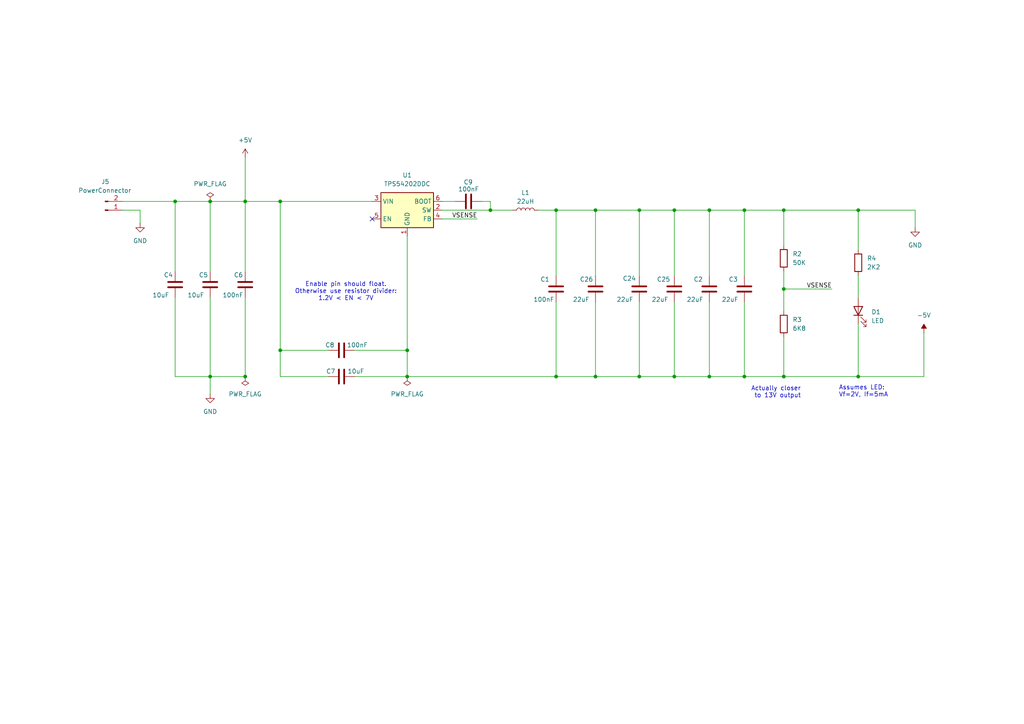
<source format=kicad_sch>
(kicad_sch
	(version 20231120)
	(generator "eeschema")
	(generator_version "8.0")
	(uuid "2cabf97a-8b70-40c7-9d97-7314d50ae0f3")
	(paper "A4")
	(title_block
		(title "${PROJECTNAME}")
		(date "2024-10-22")
		(rev "${REVISION}")
		(company "Created By: ${AUTHOR}")
	)
	(lib_symbols
		(symbol "Connector:Conn_01x02_Pin"
			(pin_names
				(offset 1.016) hide)
			(exclude_from_sim no)
			(in_bom yes)
			(on_board yes)
			(property "Reference" "J"
				(at 0 2.54 0)
				(effects
					(font
						(size 1.27 1.27)
					)
				)
			)
			(property "Value" "Conn_01x02_Pin"
				(at 0 -5.08 0)
				(effects
					(font
						(size 1.27 1.27)
					)
				)
			)
			(property "Footprint" ""
				(at 0 0 0)
				(effects
					(font
						(size 1.27 1.27)
					)
					(hide yes)
				)
			)
			(property "Datasheet" "~"
				(at 0 0 0)
				(effects
					(font
						(size 1.27 1.27)
					)
					(hide yes)
				)
			)
			(property "Description" "Generic connector, single row, 01x02, script generated"
				(at 0 0 0)
				(effects
					(font
						(size 1.27 1.27)
					)
					(hide yes)
				)
			)
			(property "ki_locked" ""
				(at 0 0 0)
				(effects
					(font
						(size 1.27 1.27)
					)
				)
			)
			(property "ki_keywords" "connector"
				(at 0 0 0)
				(effects
					(font
						(size 1.27 1.27)
					)
					(hide yes)
				)
			)
			(property "ki_fp_filters" "Connector*:*_1x??_*"
				(at 0 0 0)
				(effects
					(font
						(size 1.27 1.27)
					)
					(hide yes)
				)
			)
			(symbol "Conn_01x02_Pin_1_1"
				(polyline
					(pts
						(xy 1.27 -2.54) (xy 0.8636 -2.54)
					)
					(stroke
						(width 0.1524)
						(type default)
					)
					(fill
						(type none)
					)
				)
				(polyline
					(pts
						(xy 1.27 0) (xy 0.8636 0)
					)
					(stroke
						(width 0.1524)
						(type default)
					)
					(fill
						(type none)
					)
				)
				(rectangle
					(start 0.8636 -2.413)
					(end 0 -2.667)
					(stroke
						(width 0.1524)
						(type default)
					)
					(fill
						(type outline)
					)
				)
				(rectangle
					(start 0.8636 0.127)
					(end 0 -0.127)
					(stroke
						(width 0.1524)
						(type default)
					)
					(fill
						(type outline)
					)
				)
				(pin passive line
					(at 5.08 0 180)
					(length 3.81)
					(name "Pin_1"
						(effects
							(font
								(size 1.27 1.27)
							)
						)
					)
					(number "1"
						(effects
							(font
								(size 1.27 1.27)
							)
						)
					)
				)
				(pin passive line
					(at 5.08 -2.54 180)
					(length 3.81)
					(name "Pin_2"
						(effects
							(font
								(size 1.27 1.27)
							)
						)
					)
					(number "2"
						(effects
							(font
								(size 1.27 1.27)
							)
						)
					)
				)
			)
		)
		(symbol "Device:C"
			(pin_numbers hide)
			(pin_names
				(offset 0.254)
			)
			(exclude_from_sim no)
			(in_bom yes)
			(on_board yes)
			(property "Reference" "C"
				(at 0.635 2.54 0)
				(effects
					(font
						(size 1.27 1.27)
					)
					(justify left)
				)
			)
			(property "Value" "C"
				(at 0.635 -2.54 0)
				(effects
					(font
						(size 1.27 1.27)
					)
					(justify left)
				)
			)
			(property "Footprint" ""
				(at 0.9652 -3.81 0)
				(effects
					(font
						(size 1.27 1.27)
					)
					(hide yes)
				)
			)
			(property "Datasheet" "~"
				(at 0 0 0)
				(effects
					(font
						(size 1.27 1.27)
					)
					(hide yes)
				)
			)
			(property "Description" "Unpolarized capacitor"
				(at 0 0 0)
				(effects
					(font
						(size 1.27 1.27)
					)
					(hide yes)
				)
			)
			(property "ki_keywords" "cap capacitor"
				(at 0 0 0)
				(effects
					(font
						(size 1.27 1.27)
					)
					(hide yes)
				)
			)
			(property "ki_fp_filters" "C_*"
				(at 0 0 0)
				(effects
					(font
						(size 1.27 1.27)
					)
					(hide yes)
				)
			)
			(symbol "C_0_1"
				(polyline
					(pts
						(xy -2.032 -0.762) (xy 2.032 -0.762)
					)
					(stroke
						(width 0.508)
						(type default)
					)
					(fill
						(type none)
					)
				)
				(polyline
					(pts
						(xy -2.032 0.762) (xy 2.032 0.762)
					)
					(stroke
						(width 0.508)
						(type default)
					)
					(fill
						(type none)
					)
				)
			)
			(symbol "C_1_1"
				(pin passive line
					(at 0 3.81 270)
					(length 2.794)
					(name "~"
						(effects
							(font
								(size 1.27 1.27)
							)
						)
					)
					(number "1"
						(effects
							(font
								(size 1.27 1.27)
							)
						)
					)
				)
				(pin passive line
					(at 0 -3.81 90)
					(length 2.794)
					(name "~"
						(effects
							(font
								(size 1.27 1.27)
							)
						)
					)
					(number "2"
						(effects
							(font
								(size 1.27 1.27)
							)
						)
					)
				)
			)
		)
		(symbol "Device:L"
			(pin_numbers hide)
			(pin_names
				(offset 1.016) hide)
			(exclude_from_sim no)
			(in_bom yes)
			(on_board yes)
			(property "Reference" "L"
				(at -1.27 0 90)
				(effects
					(font
						(size 1.27 1.27)
					)
				)
			)
			(property "Value" "L"
				(at 1.905 0 90)
				(effects
					(font
						(size 1.27 1.27)
					)
				)
			)
			(property "Footprint" ""
				(at 0 0 0)
				(effects
					(font
						(size 1.27 1.27)
					)
					(hide yes)
				)
			)
			(property "Datasheet" "~"
				(at 0 0 0)
				(effects
					(font
						(size 1.27 1.27)
					)
					(hide yes)
				)
			)
			(property "Description" "Inductor"
				(at 0 0 0)
				(effects
					(font
						(size 1.27 1.27)
					)
					(hide yes)
				)
			)
			(property "ki_keywords" "inductor choke coil reactor magnetic"
				(at 0 0 0)
				(effects
					(font
						(size 1.27 1.27)
					)
					(hide yes)
				)
			)
			(property "ki_fp_filters" "Choke_* *Coil* Inductor_* L_*"
				(at 0 0 0)
				(effects
					(font
						(size 1.27 1.27)
					)
					(hide yes)
				)
			)
			(symbol "L_0_1"
				(arc
					(start 0 -2.54)
					(mid 0.6323 -1.905)
					(end 0 -1.27)
					(stroke
						(width 0)
						(type default)
					)
					(fill
						(type none)
					)
				)
				(arc
					(start 0 -1.27)
					(mid 0.6323 -0.635)
					(end 0 0)
					(stroke
						(width 0)
						(type default)
					)
					(fill
						(type none)
					)
				)
				(arc
					(start 0 0)
					(mid 0.6323 0.635)
					(end 0 1.27)
					(stroke
						(width 0)
						(type default)
					)
					(fill
						(type none)
					)
				)
				(arc
					(start 0 1.27)
					(mid 0.6323 1.905)
					(end 0 2.54)
					(stroke
						(width 0)
						(type default)
					)
					(fill
						(type none)
					)
				)
			)
			(symbol "L_1_1"
				(pin passive line
					(at 0 3.81 270)
					(length 1.27)
					(name "1"
						(effects
							(font
								(size 1.27 1.27)
							)
						)
					)
					(number "1"
						(effects
							(font
								(size 1.27 1.27)
							)
						)
					)
				)
				(pin passive line
					(at 0 -3.81 90)
					(length 1.27)
					(name "2"
						(effects
							(font
								(size 1.27 1.27)
							)
						)
					)
					(number "2"
						(effects
							(font
								(size 1.27 1.27)
							)
						)
					)
				)
			)
		)
		(symbol "Device:LED"
			(pin_numbers hide)
			(pin_names
				(offset 1.016) hide)
			(exclude_from_sim no)
			(in_bom yes)
			(on_board yes)
			(property "Reference" "D"
				(at 0 2.54 0)
				(effects
					(font
						(size 1.27 1.27)
					)
				)
			)
			(property "Value" "LED"
				(at 0 -2.54 0)
				(effects
					(font
						(size 1.27 1.27)
					)
				)
			)
			(property "Footprint" ""
				(at 0 0 0)
				(effects
					(font
						(size 1.27 1.27)
					)
					(hide yes)
				)
			)
			(property "Datasheet" "~"
				(at 0 0 0)
				(effects
					(font
						(size 1.27 1.27)
					)
					(hide yes)
				)
			)
			(property "Description" "Light emitting diode"
				(at 0 0 0)
				(effects
					(font
						(size 1.27 1.27)
					)
					(hide yes)
				)
			)
			(property "ki_keywords" "LED diode"
				(at 0 0 0)
				(effects
					(font
						(size 1.27 1.27)
					)
					(hide yes)
				)
			)
			(property "ki_fp_filters" "LED* LED_SMD:* LED_THT:*"
				(at 0 0 0)
				(effects
					(font
						(size 1.27 1.27)
					)
					(hide yes)
				)
			)
			(symbol "LED_0_1"
				(polyline
					(pts
						(xy -1.27 -1.27) (xy -1.27 1.27)
					)
					(stroke
						(width 0.254)
						(type default)
					)
					(fill
						(type none)
					)
				)
				(polyline
					(pts
						(xy -1.27 0) (xy 1.27 0)
					)
					(stroke
						(width 0)
						(type default)
					)
					(fill
						(type none)
					)
				)
				(polyline
					(pts
						(xy 1.27 -1.27) (xy 1.27 1.27) (xy -1.27 0) (xy 1.27 -1.27)
					)
					(stroke
						(width 0.254)
						(type default)
					)
					(fill
						(type none)
					)
				)
				(polyline
					(pts
						(xy -3.048 -0.762) (xy -4.572 -2.286) (xy -3.81 -2.286) (xy -4.572 -2.286) (xy -4.572 -1.524)
					)
					(stroke
						(width 0)
						(type default)
					)
					(fill
						(type none)
					)
				)
				(polyline
					(pts
						(xy -1.778 -0.762) (xy -3.302 -2.286) (xy -2.54 -2.286) (xy -3.302 -2.286) (xy -3.302 -1.524)
					)
					(stroke
						(width 0)
						(type default)
					)
					(fill
						(type none)
					)
				)
			)
			(symbol "LED_1_1"
				(pin passive line
					(at -3.81 0 0)
					(length 2.54)
					(name "K"
						(effects
							(font
								(size 1.27 1.27)
							)
						)
					)
					(number "1"
						(effects
							(font
								(size 1.27 1.27)
							)
						)
					)
				)
				(pin passive line
					(at 3.81 0 180)
					(length 2.54)
					(name "A"
						(effects
							(font
								(size 1.27 1.27)
							)
						)
					)
					(number "2"
						(effects
							(font
								(size 1.27 1.27)
							)
						)
					)
				)
			)
		)
		(symbol "Device:R"
			(pin_numbers hide)
			(pin_names
				(offset 0)
			)
			(exclude_from_sim no)
			(in_bom yes)
			(on_board yes)
			(property "Reference" "R"
				(at 2.032 0 90)
				(effects
					(font
						(size 1.27 1.27)
					)
				)
			)
			(property "Value" "R"
				(at 0 0 90)
				(effects
					(font
						(size 1.27 1.27)
					)
				)
			)
			(property "Footprint" ""
				(at -1.778 0 90)
				(effects
					(font
						(size 1.27 1.27)
					)
					(hide yes)
				)
			)
			(property "Datasheet" "~"
				(at 0 0 0)
				(effects
					(font
						(size 1.27 1.27)
					)
					(hide yes)
				)
			)
			(property "Description" "Resistor"
				(at 0 0 0)
				(effects
					(font
						(size 1.27 1.27)
					)
					(hide yes)
				)
			)
			(property "ki_keywords" "R res resistor"
				(at 0 0 0)
				(effects
					(font
						(size 1.27 1.27)
					)
					(hide yes)
				)
			)
			(property "ki_fp_filters" "R_*"
				(at 0 0 0)
				(effects
					(font
						(size 1.27 1.27)
					)
					(hide yes)
				)
			)
			(symbol "R_0_1"
				(rectangle
					(start -1.016 -2.54)
					(end 1.016 2.54)
					(stroke
						(width 0.254)
						(type default)
					)
					(fill
						(type none)
					)
				)
			)
			(symbol "R_1_1"
				(pin passive line
					(at 0 3.81 270)
					(length 1.27)
					(name "~"
						(effects
							(font
								(size 1.27 1.27)
							)
						)
					)
					(number "1"
						(effects
							(font
								(size 1.27 1.27)
							)
						)
					)
				)
				(pin passive line
					(at 0 -3.81 90)
					(length 1.27)
					(name "~"
						(effects
							(font
								(size 1.27 1.27)
							)
						)
					)
					(number "2"
						(effects
							(font
								(size 1.27 1.27)
							)
						)
					)
				)
			)
		)
		(symbol "Regulator_Switching:TPS54202DDC"
			(exclude_from_sim no)
			(in_bom yes)
			(on_board yes)
			(property "Reference" "U"
				(at -7.62 6.35 0)
				(effects
					(font
						(size 1.27 1.27)
					)
					(justify left)
				)
			)
			(property "Value" "TPS54202DDC"
				(at 0 6.35 0)
				(effects
					(font
						(size 1.27 1.27)
					)
					(justify left)
				)
			)
			(property "Footprint" "Package_TO_SOT_SMD:SOT-23-6"
				(at 1.27 -8.89 0)
				(effects
					(font
						(size 1.27 1.27)
					)
					(justify left)
					(hide yes)
				)
			)
			(property "Datasheet" "http://www.ti.com/lit/ds/symlink/tps54202.pdf"
				(at -7.62 8.89 0)
				(effects
					(font
						(size 1.27 1.27)
					)
					(hide yes)
				)
			)
			(property "Description" "2A, 4.5 to 28V Input, EMI Friendly integrated switch synchronous step-down regulator, pulse-skipping, SOT-23-6"
				(at 0 0 0)
				(effects
					(font
						(size 1.27 1.27)
					)
					(hide yes)
				)
			)
			(property "ki_keywords" "switching buck converter power-supply voltage regulator emi spread spectrum"
				(at 0 0 0)
				(effects
					(font
						(size 1.27 1.27)
					)
					(hide yes)
				)
			)
			(property "ki_fp_filters" "SOT?23*"
				(at 0 0 0)
				(effects
					(font
						(size 1.27 1.27)
					)
					(hide yes)
				)
			)
			(symbol "TPS54202DDC_0_1"
				(rectangle
					(start -7.62 5.08)
					(end 7.62 -5.08)
					(stroke
						(width 0.254)
						(type default)
					)
					(fill
						(type background)
					)
				)
			)
			(symbol "TPS54202DDC_1_1"
				(pin power_in line
					(at 0 -7.62 90)
					(length 2.54)
					(name "GND"
						(effects
							(font
								(size 1.27 1.27)
							)
						)
					)
					(number "1"
						(effects
							(font
								(size 1.27 1.27)
							)
						)
					)
				)
				(pin power_out line
					(at 10.16 0 180)
					(length 2.54)
					(name "SW"
						(effects
							(font
								(size 1.27 1.27)
							)
						)
					)
					(number "2"
						(effects
							(font
								(size 1.27 1.27)
							)
						)
					)
				)
				(pin power_in line
					(at -10.16 2.54 0)
					(length 2.54)
					(name "VIN"
						(effects
							(font
								(size 1.27 1.27)
							)
						)
					)
					(number "3"
						(effects
							(font
								(size 1.27 1.27)
							)
						)
					)
				)
				(pin input line
					(at 10.16 -2.54 180)
					(length 2.54)
					(name "FB"
						(effects
							(font
								(size 1.27 1.27)
							)
						)
					)
					(number "4"
						(effects
							(font
								(size 1.27 1.27)
							)
						)
					)
				)
				(pin input line
					(at -10.16 -2.54 0)
					(length 2.54)
					(name "EN"
						(effects
							(font
								(size 1.27 1.27)
							)
						)
					)
					(number "5"
						(effects
							(font
								(size 1.27 1.27)
							)
						)
					)
				)
				(pin passive line
					(at 10.16 2.54 180)
					(length 2.54)
					(name "BOOT"
						(effects
							(font
								(size 1.27 1.27)
							)
						)
					)
					(number "6"
						(effects
							(font
								(size 1.27 1.27)
							)
						)
					)
				)
			)
		)
		(symbol "power:+5V"
			(power)
			(pin_numbers hide)
			(pin_names
				(offset 0) hide)
			(exclude_from_sim no)
			(in_bom yes)
			(on_board yes)
			(property "Reference" "#PWR"
				(at 0 -3.81 0)
				(effects
					(font
						(size 1.27 1.27)
					)
					(hide yes)
				)
			)
			(property "Value" "+5V"
				(at 0 3.556 0)
				(effects
					(font
						(size 1.27 1.27)
					)
				)
			)
			(property "Footprint" ""
				(at 0 0 0)
				(effects
					(font
						(size 1.27 1.27)
					)
					(hide yes)
				)
			)
			(property "Datasheet" ""
				(at 0 0 0)
				(effects
					(font
						(size 1.27 1.27)
					)
					(hide yes)
				)
			)
			(property "Description" "Power symbol creates a global label with name \"+5V\""
				(at 0 0 0)
				(effects
					(font
						(size 1.27 1.27)
					)
					(hide yes)
				)
			)
			(property "ki_keywords" "global power"
				(at 0 0 0)
				(effects
					(font
						(size 1.27 1.27)
					)
					(hide yes)
				)
			)
			(symbol "+5V_0_1"
				(polyline
					(pts
						(xy -0.762 1.27) (xy 0 2.54)
					)
					(stroke
						(width 0)
						(type default)
					)
					(fill
						(type none)
					)
				)
				(polyline
					(pts
						(xy 0 0) (xy 0 2.54)
					)
					(stroke
						(width 0)
						(type default)
					)
					(fill
						(type none)
					)
				)
				(polyline
					(pts
						(xy 0 2.54) (xy 0.762 1.27)
					)
					(stroke
						(width 0)
						(type default)
					)
					(fill
						(type none)
					)
				)
			)
			(symbol "+5V_1_1"
				(pin power_in line
					(at 0 0 90)
					(length 0)
					(name "~"
						(effects
							(font
								(size 1.27 1.27)
							)
						)
					)
					(number "1"
						(effects
							(font
								(size 1.27 1.27)
							)
						)
					)
				)
			)
		)
		(symbol "power:-5V"
			(power)
			(pin_numbers hide)
			(pin_names
				(offset 0) hide)
			(exclude_from_sim no)
			(in_bom yes)
			(on_board yes)
			(property "Reference" "#PWR"
				(at 0 -3.81 0)
				(effects
					(font
						(size 1.27 1.27)
					)
					(hide yes)
				)
			)
			(property "Value" "-5V"
				(at 0 3.556 0)
				(effects
					(font
						(size 1.27 1.27)
					)
				)
			)
			(property "Footprint" ""
				(at 0 0 0)
				(effects
					(font
						(size 1.27 1.27)
					)
					(hide yes)
				)
			)
			(property "Datasheet" ""
				(at 0 0 0)
				(effects
					(font
						(size 1.27 1.27)
					)
					(hide yes)
				)
			)
			(property "Description" "Power symbol creates a global label with name \"-5V\""
				(at 0 0 0)
				(effects
					(font
						(size 1.27 1.27)
					)
					(hide yes)
				)
			)
			(property "ki_keywords" "global power"
				(at 0 0 0)
				(effects
					(font
						(size 1.27 1.27)
					)
					(hide yes)
				)
			)
			(symbol "-5V_0_0"
				(pin power_in line
					(at 0 0 90)
					(length 0)
					(name "~"
						(effects
							(font
								(size 1.27 1.27)
							)
						)
					)
					(number "1"
						(effects
							(font
								(size 1.27 1.27)
							)
						)
					)
				)
			)
			(symbol "-5V_0_1"
				(polyline
					(pts
						(xy 0 0) (xy 0 1.27) (xy 0.762 1.27) (xy 0 2.54) (xy -0.762 1.27) (xy 0 1.27)
					)
					(stroke
						(width 0)
						(type default)
					)
					(fill
						(type outline)
					)
				)
			)
		)
		(symbol "power:GND"
			(power)
			(pin_numbers hide)
			(pin_names
				(offset 0) hide)
			(exclude_from_sim no)
			(in_bom yes)
			(on_board yes)
			(property "Reference" "#PWR"
				(at 0 -6.35 0)
				(effects
					(font
						(size 1.27 1.27)
					)
					(hide yes)
				)
			)
			(property "Value" "GND"
				(at 0 -3.81 0)
				(effects
					(font
						(size 1.27 1.27)
					)
				)
			)
			(property "Footprint" ""
				(at 0 0 0)
				(effects
					(font
						(size 1.27 1.27)
					)
					(hide yes)
				)
			)
			(property "Datasheet" ""
				(at 0 0 0)
				(effects
					(font
						(size 1.27 1.27)
					)
					(hide yes)
				)
			)
			(property "Description" "Power symbol creates a global label with name \"GND\" , ground"
				(at 0 0 0)
				(effects
					(font
						(size 1.27 1.27)
					)
					(hide yes)
				)
			)
			(property "ki_keywords" "global power"
				(at 0 0 0)
				(effects
					(font
						(size 1.27 1.27)
					)
					(hide yes)
				)
			)
			(symbol "GND_0_1"
				(polyline
					(pts
						(xy 0 0) (xy 0 -1.27) (xy 1.27 -1.27) (xy 0 -2.54) (xy -1.27 -1.27) (xy 0 -1.27)
					)
					(stroke
						(width 0)
						(type default)
					)
					(fill
						(type none)
					)
				)
			)
			(symbol "GND_1_1"
				(pin power_in line
					(at 0 0 270)
					(length 0)
					(name "~"
						(effects
							(font
								(size 1.27 1.27)
							)
						)
					)
					(number "1"
						(effects
							(font
								(size 1.27 1.27)
							)
						)
					)
				)
			)
		)
		(symbol "power:PWR_FLAG"
			(power)
			(pin_numbers hide)
			(pin_names
				(offset 0) hide)
			(exclude_from_sim no)
			(in_bom yes)
			(on_board yes)
			(property "Reference" "#FLG"
				(at 0 1.905 0)
				(effects
					(font
						(size 1.27 1.27)
					)
					(hide yes)
				)
			)
			(property "Value" "PWR_FLAG"
				(at 0 3.81 0)
				(effects
					(font
						(size 1.27 1.27)
					)
				)
			)
			(property "Footprint" ""
				(at 0 0 0)
				(effects
					(font
						(size 1.27 1.27)
					)
					(hide yes)
				)
			)
			(property "Datasheet" "~"
				(at 0 0 0)
				(effects
					(font
						(size 1.27 1.27)
					)
					(hide yes)
				)
			)
			(property "Description" "Special symbol for telling ERC where power comes from"
				(at 0 0 0)
				(effects
					(font
						(size 1.27 1.27)
					)
					(hide yes)
				)
			)
			(property "ki_keywords" "flag power"
				(at 0 0 0)
				(effects
					(font
						(size 1.27 1.27)
					)
					(hide yes)
				)
			)
			(symbol "PWR_FLAG_0_0"
				(pin power_out line
					(at 0 0 90)
					(length 0)
					(name "~"
						(effects
							(font
								(size 1.27 1.27)
							)
						)
					)
					(number "1"
						(effects
							(font
								(size 1.27 1.27)
							)
						)
					)
				)
			)
			(symbol "PWR_FLAG_0_1"
				(polyline
					(pts
						(xy 0 0) (xy 0 1.27) (xy -1.016 1.905) (xy 0 2.54) (xy 1.016 1.905) (xy 0 1.27)
					)
					(stroke
						(width 0)
						(type default)
					)
					(fill
						(type none)
					)
				)
			)
		)
	)
	(junction
		(at 118.11 101.6)
		(diameter 0)
		(color 0 0 0 0)
		(uuid "042eeacf-102d-4555-940c-af3435c21fa9")
	)
	(junction
		(at 185.42 109.22)
		(diameter 0)
		(color 0 0 0 0)
		(uuid "04bf8b0d-70dc-4e07-8b26-20d3bbe4760e")
	)
	(junction
		(at 161.29 60.96)
		(diameter 0)
		(color 0 0 0 0)
		(uuid "08fb56b9-7b7e-46a0-9286-aca48fa8af67")
	)
	(junction
		(at 172.72 60.96)
		(diameter 0)
		(color 0 0 0 0)
		(uuid "12b5eb29-7212-4228-8222-f8044a9b5f50")
	)
	(junction
		(at 60.96 58.42)
		(diameter 0)
		(color 0 0 0 0)
		(uuid "135920e2-e4c0-48ea-b292-78fdd1d2f9d5")
	)
	(junction
		(at 227.33 83.82)
		(diameter 0)
		(color 0 0 0 0)
		(uuid "1a4bfe77-deca-4d90-b834-4de805c21dd0")
	)
	(junction
		(at 205.74 60.96)
		(diameter 0)
		(color 0 0 0 0)
		(uuid "25036d63-9d02-42d4-ae9d-ddffca64e0f1")
	)
	(junction
		(at 227.33 109.22)
		(diameter 0)
		(color 0 0 0 0)
		(uuid "44a32992-e28d-48b1-914f-49e711697264")
	)
	(junction
		(at 161.29 109.22)
		(diameter 0)
		(color 0 0 0 0)
		(uuid "5bdaf1b4-7c7b-47d4-89de-67cc48325224")
	)
	(junction
		(at 118.11 109.22)
		(diameter 0)
		(color 0 0 0 0)
		(uuid "5ddfef89-ab81-4013-843d-593b0e62f9a1")
	)
	(junction
		(at 71.12 109.22)
		(diameter 0)
		(color 0 0 0 0)
		(uuid "715711ad-9067-4272-b09c-8cd75bd03ceb")
	)
	(junction
		(at 215.9 60.96)
		(diameter 0)
		(color 0 0 0 0)
		(uuid "7c8d5ec9-7efe-425a-a227-78d4d938e793")
	)
	(junction
		(at 81.28 101.6)
		(diameter 0)
		(color 0 0 0 0)
		(uuid "863e7474-8853-4c73-9f17-ea7437805d48")
	)
	(junction
		(at 81.28 58.42)
		(diameter 0)
		(color 0 0 0 0)
		(uuid "8678df71-6c35-4e7b-b4c6-9a2f47d92919")
	)
	(junction
		(at 71.12 58.42)
		(diameter 0)
		(color 0 0 0 0)
		(uuid "870b97a9-3cf0-438c-a278-9ada6ba666af")
	)
	(junction
		(at 195.58 109.22)
		(diameter 0)
		(color 0 0 0 0)
		(uuid "a0e9605f-d68f-4306-8cbd-b05dc9a75fc8")
	)
	(junction
		(at 142.24 60.96)
		(diameter 0)
		(color 0 0 0 0)
		(uuid "a3953ee0-bdfc-4cc5-8042-c9aeee3477bb")
	)
	(junction
		(at 227.33 60.96)
		(diameter 0)
		(color 0 0 0 0)
		(uuid "b8acc0c7-8e4e-4e79-9d09-fb4b4a484778")
	)
	(junction
		(at 60.96 109.22)
		(diameter 0)
		(color 0 0 0 0)
		(uuid "b92fffb1-39bb-421f-b400-f8748916f21b")
	)
	(junction
		(at 172.72 109.22)
		(diameter 0)
		(color 0 0 0 0)
		(uuid "bcf54106-810a-416f-bc73-acb924b31a14")
	)
	(junction
		(at 185.42 60.96)
		(diameter 0)
		(color 0 0 0 0)
		(uuid "bd702f4a-c3c7-47a5-98be-00f6c241a35c")
	)
	(junction
		(at 205.74 109.22)
		(diameter 0)
		(color 0 0 0 0)
		(uuid "c9e4fa6b-0dad-462c-af8b-513480d23da8")
	)
	(junction
		(at 248.92 109.22)
		(diameter 0)
		(color 0 0 0 0)
		(uuid "f1714e83-b9da-4f94-90f5-9e3ed4aa3d13")
	)
	(junction
		(at 248.92 60.96)
		(diameter 0)
		(color 0 0 0 0)
		(uuid "f7b21ef7-bec2-472b-83df-33d521b9d871")
	)
	(junction
		(at 50.8 58.42)
		(diameter 0)
		(color 0 0 0 0)
		(uuid "f7ee99f5-49f5-4465-b9e7-b046187c65e4")
	)
	(junction
		(at 195.58 60.96)
		(diameter 0)
		(color 0 0 0 0)
		(uuid "f9507563-098e-4053-930b-79d52e51f3a4")
	)
	(junction
		(at 215.9 109.22)
		(diameter 0)
		(color 0 0 0 0)
		(uuid "feb5f205-b3ae-492a-b888-6ca79bc3974d")
	)
	(no_connect
		(at 107.95 63.5)
		(uuid "d1232dbd-d9b4-48a7-bf61-4c55bec408dc")
	)
	(wire
		(pts
			(xy 60.96 109.22) (xy 60.96 114.3)
		)
		(stroke
			(width 0)
			(type default)
		)
		(uuid "052fbf44-7071-46ab-9e29-983f65cb258a")
	)
	(wire
		(pts
			(xy 102.87 109.22) (xy 118.11 109.22)
		)
		(stroke
			(width 0)
			(type default)
		)
		(uuid "11255d11-ec7b-45a5-9d85-8be74a664c6f")
	)
	(wire
		(pts
			(xy 71.12 45.72) (xy 71.12 58.42)
		)
		(stroke
			(width 0)
			(type default)
		)
		(uuid "11aafca8-8cf7-4e41-a418-03c57317592a")
	)
	(wire
		(pts
			(xy 172.72 60.96) (xy 172.72 80.01)
		)
		(stroke
			(width 0)
			(type default)
		)
		(uuid "12bc6765-ec40-4810-91ed-f58c0c55f436")
	)
	(wire
		(pts
			(xy 60.96 109.22) (xy 71.12 109.22)
		)
		(stroke
			(width 0)
			(type default)
		)
		(uuid "182bbb25-be84-4da9-97f5-aba3ca1b6df8")
	)
	(wire
		(pts
			(xy 40.64 60.96) (xy 40.64 64.77)
		)
		(stroke
			(width 0)
			(type default)
		)
		(uuid "1872fdba-51b9-48b7-9710-d480968dad76")
	)
	(wire
		(pts
			(xy 81.28 109.22) (xy 95.25 109.22)
		)
		(stroke
			(width 0)
			(type default)
		)
		(uuid "1d235ae0-881b-46c9-bc79-1bc979931a01")
	)
	(wire
		(pts
			(xy 50.8 58.42) (xy 60.96 58.42)
		)
		(stroke
			(width 0)
			(type default)
		)
		(uuid "1e47ae70-5614-4bbd-a217-90aaf89579b4")
	)
	(wire
		(pts
			(xy 227.33 97.79) (xy 227.33 109.22)
		)
		(stroke
			(width 0)
			(type default)
		)
		(uuid "23b097e8-f0cf-45e6-8571-1f1af4fb5a87")
	)
	(wire
		(pts
			(xy 267.97 96.52) (xy 267.97 109.22)
		)
		(stroke
			(width 0)
			(type default)
		)
		(uuid "2f5a4aeb-90fb-4f82-8374-72a23e1cb132")
	)
	(wire
		(pts
			(xy 128.27 60.96) (xy 142.24 60.96)
		)
		(stroke
			(width 0)
			(type default)
		)
		(uuid "2f9872ba-efb7-48c9-bd30-534a7d6130a7")
	)
	(wire
		(pts
			(xy 172.72 109.22) (xy 185.42 109.22)
		)
		(stroke
			(width 0)
			(type default)
		)
		(uuid "30322f77-9c98-4dda-a7d7-7eb2cd44b945")
	)
	(wire
		(pts
			(xy 118.11 109.22) (xy 161.29 109.22)
		)
		(stroke
			(width 0)
			(type default)
		)
		(uuid "304e48e7-b129-4525-9a11-eab47dd3affc")
	)
	(wire
		(pts
			(xy 71.12 58.42) (xy 81.28 58.42)
		)
		(stroke
			(width 0)
			(type default)
		)
		(uuid "329ecf4f-cf12-42d5-96a1-8e0ce70f8222")
	)
	(wire
		(pts
			(xy 195.58 87.63) (xy 195.58 109.22)
		)
		(stroke
			(width 0)
			(type default)
		)
		(uuid "37764cc8-8fe3-4229-b4bb-c650850f0465")
	)
	(wire
		(pts
			(xy 60.96 58.42) (xy 60.96 78.74)
		)
		(stroke
			(width 0)
			(type default)
		)
		(uuid "3dced9fb-9848-4b31-b182-7a8c41b6016c")
	)
	(wire
		(pts
			(xy 205.74 60.96) (xy 215.9 60.96)
		)
		(stroke
			(width 0)
			(type default)
		)
		(uuid "4a3e15fa-9e80-4e60-b943-0aab832e0c77")
	)
	(wire
		(pts
			(xy 195.58 109.22) (xy 205.74 109.22)
		)
		(stroke
			(width 0)
			(type default)
		)
		(uuid "4cd62b24-e59b-46e4-b4e6-0338933d40df")
	)
	(wire
		(pts
			(xy 185.42 60.96) (xy 185.42 80.01)
		)
		(stroke
			(width 0)
			(type default)
		)
		(uuid "4dd0e20e-f8d8-4f24-81d6-587e66b1317e")
	)
	(wire
		(pts
			(xy 142.24 58.42) (xy 142.24 60.96)
		)
		(stroke
			(width 0)
			(type default)
		)
		(uuid "534d6080-12e3-41f1-b5bb-439c3368db07")
	)
	(wire
		(pts
			(xy 139.7 58.42) (xy 142.24 58.42)
		)
		(stroke
			(width 0)
			(type default)
		)
		(uuid "57c0ed80-d0b9-4c03-a8b2-22587b4411c4")
	)
	(wire
		(pts
			(xy 227.33 83.82) (xy 227.33 90.17)
		)
		(stroke
			(width 0)
			(type default)
		)
		(uuid "5b1c1217-dfb0-4c28-b5c9-0ec0c63bb006")
	)
	(wire
		(pts
			(xy 185.42 60.96) (xy 195.58 60.96)
		)
		(stroke
			(width 0)
			(type default)
		)
		(uuid "5dde8436-842b-437e-8f48-399622b1bf3e")
	)
	(wire
		(pts
			(xy 215.9 87.63) (xy 215.9 109.22)
		)
		(stroke
			(width 0)
			(type default)
		)
		(uuid "60fc8d6d-347e-483f-995b-03d6cccbe383")
	)
	(wire
		(pts
			(xy 172.72 87.63) (xy 172.72 109.22)
		)
		(stroke
			(width 0)
			(type default)
		)
		(uuid "644a0d77-999e-4cb3-8127-506faaa6fa50")
	)
	(wire
		(pts
			(xy 161.29 87.63) (xy 161.29 109.22)
		)
		(stroke
			(width 0)
			(type default)
		)
		(uuid "688c5f6d-4ad2-4aa9-ab2b-9b7a8c3e1b74")
	)
	(wire
		(pts
			(xy 81.28 101.6) (xy 81.28 109.22)
		)
		(stroke
			(width 0)
			(type default)
		)
		(uuid "68f84635-6c0a-4695-87d6-abf8a5524a12")
	)
	(wire
		(pts
			(xy 71.12 58.42) (xy 71.12 78.74)
		)
		(stroke
			(width 0)
			(type default)
		)
		(uuid "69f63421-4eea-4f37-9253-a1770e11e56d")
	)
	(wire
		(pts
			(xy 205.74 109.22) (xy 215.9 109.22)
		)
		(stroke
			(width 0)
			(type default)
		)
		(uuid "6f5abcaa-8d8a-41c6-880e-3f0b9a850f16")
	)
	(wire
		(pts
			(xy 205.74 87.63) (xy 205.74 109.22)
		)
		(stroke
			(width 0)
			(type default)
		)
		(uuid "70b08cb1-3636-4609-92e1-ac70dc8279d6")
	)
	(wire
		(pts
			(xy 50.8 109.22) (xy 60.96 109.22)
		)
		(stroke
			(width 0)
			(type default)
		)
		(uuid "7544f391-e0c9-4dcc-bb7d-fe4b7c274ed1")
	)
	(wire
		(pts
			(xy 227.33 109.22) (xy 248.92 109.22)
		)
		(stroke
			(width 0)
			(type default)
		)
		(uuid "7625badf-0c69-42f8-a9ad-a0e5bd1c95d2")
	)
	(wire
		(pts
			(xy 60.96 58.42) (xy 71.12 58.42)
		)
		(stroke
			(width 0)
			(type default)
		)
		(uuid "7743804e-6745-430c-aa39-3c3182181dcd")
	)
	(wire
		(pts
			(xy 205.74 60.96) (xy 205.74 80.01)
		)
		(stroke
			(width 0)
			(type default)
		)
		(uuid "780ddcec-1dab-4eb8-8276-2cdec82e373b")
	)
	(wire
		(pts
			(xy 71.12 86.36) (xy 71.12 109.22)
		)
		(stroke
			(width 0)
			(type default)
		)
		(uuid "7978277b-f287-4985-a313-b969e17d1390")
	)
	(wire
		(pts
			(xy 161.29 109.22) (xy 172.72 109.22)
		)
		(stroke
			(width 0)
			(type default)
		)
		(uuid "7ab48d21-d3da-43b6-9cb2-ea5983df2193")
	)
	(wire
		(pts
			(xy 195.58 60.96) (xy 195.58 80.01)
		)
		(stroke
			(width 0)
			(type default)
		)
		(uuid "7f517c54-2532-4753-a55b-4b87008caac7")
	)
	(wire
		(pts
			(xy 248.92 80.01) (xy 248.92 86.36)
		)
		(stroke
			(width 0)
			(type default)
		)
		(uuid "80546a88-05a4-4971-a15b-17a5e3298606")
	)
	(wire
		(pts
			(xy 118.11 68.58) (xy 118.11 101.6)
		)
		(stroke
			(width 0)
			(type default)
		)
		(uuid "84d81788-fe75-43c5-9296-bcfa038e33e9")
	)
	(wire
		(pts
			(xy 128.27 58.42) (xy 132.08 58.42)
		)
		(stroke
			(width 0)
			(type default)
		)
		(uuid "879b9484-28e9-48d9-b4cb-d84e913afbdf")
	)
	(wire
		(pts
			(xy 35.56 58.42) (xy 50.8 58.42)
		)
		(stroke
			(width 0)
			(type default)
		)
		(uuid "8a1fee09-da12-49d8-9796-68d7aa7fb6db")
	)
	(wire
		(pts
			(xy 50.8 86.36) (xy 50.8 109.22)
		)
		(stroke
			(width 0)
			(type default)
		)
		(uuid "932e1d64-c28e-4034-b725-1873123072c2")
	)
	(wire
		(pts
			(xy 81.28 101.6) (xy 95.25 101.6)
		)
		(stroke
			(width 0)
			(type default)
		)
		(uuid "94e4772a-43cd-434a-8059-776d395f9006")
	)
	(wire
		(pts
			(xy 156.21 60.96) (xy 161.29 60.96)
		)
		(stroke
			(width 0)
			(type default)
		)
		(uuid "95845ea6-82e0-47bc-a1f4-b144282e9361")
	)
	(wire
		(pts
			(xy 195.58 60.96) (xy 205.74 60.96)
		)
		(stroke
			(width 0)
			(type default)
		)
		(uuid "988e1303-1551-4043-bc3e-b7cfd2044deb")
	)
	(wire
		(pts
			(xy 248.92 60.96) (xy 265.43 60.96)
		)
		(stroke
			(width 0)
			(type default)
		)
		(uuid "9d75f3cf-fed9-47b6-a994-94b59f00b6d9")
	)
	(wire
		(pts
			(xy 265.43 60.96) (xy 265.43 66.04)
		)
		(stroke
			(width 0)
			(type default)
		)
		(uuid "a5413393-1590-4a34-bf25-d90c27da5920")
	)
	(wire
		(pts
			(xy 35.56 60.96) (xy 40.64 60.96)
		)
		(stroke
			(width 0)
			(type default)
		)
		(uuid "a709c225-7243-4be2-9624-764604906895")
	)
	(wire
		(pts
			(xy 81.28 58.42) (xy 81.28 101.6)
		)
		(stroke
			(width 0)
			(type default)
		)
		(uuid "a7dcc3d7-e6d5-492d-a644-d2676e5e9923")
	)
	(wire
		(pts
			(xy 215.9 109.22) (xy 227.33 109.22)
		)
		(stroke
			(width 0)
			(type default)
		)
		(uuid "b31299c4-d7d0-482a-8f9c-1b4e00c5dd8b")
	)
	(wire
		(pts
			(xy 215.9 60.96) (xy 227.33 60.96)
		)
		(stroke
			(width 0)
			(type default)
		)
		(uuid "bae6ff62-df58-44ea-a5be-560754a7b4c0")
	)
	(wire
		(pts
			(xy 161.29 60.96) (xy 161.29 80.01)
		)
		(stroke
			(width 0)
			(type default)
		)
		(uuid "bff55ff6-e9a2-4bbf-bc1e-a1dffe352807")
	)
	(wire
		(pts
			(xy 227.33 60.96) (xy 248.92 60.96)
		)
		(stroke
			(width 0)
			(type default)
		)
		(uuid "c1d793ba-bff2-4407-aaa6-9b0dc373ad67")
	)
	(wire
		(pts
			(xy 118.11 101.6) (xy 118.11 109.22)
		)
		(stroke
			(width 0)
			(type default)
		)
		(uuid "c275c16c-e50a-4a61-ad0f-7c7d9eef29ab")
	)
	(wire
		(pts
			(xy 81.28 58.42) (xy 107.95 58.42)
		)
		(stroke
			(width 0)
			(type default)
		)
		(uuid "c56b618f-8a7e-45cf-9963-0b20f8dfd677")
	)
	(wire
		(pts
			(xy 50.8 58.42) (xy 50.8 78.74)
		)
		(stroke
			(width 0)
			(type default)
		)
		(uuid "ce71c751-1180-4ba6-b8e8-352a210636d0")
	)
	(wire
		(pts
			(xy 227.33 78.74) (xy 227.33 83.82)
		)
		(stroke
			(width 0)
			(type default)
		)
		(uuid "d0689ede-ec83-4b42-a8ef-12c6e08d65b5")
	)
	(wire
		(pts
			(xy 60.96 86.36) (xy 60.96 109.22)
		)
		(stroke
			(width 0)
			(type default)
		)
		(uuid "d756698a-b61b-44c2-9a52-8a76c0d3e640")
	)
	(wire
		(pts
			(xy 248.92 93.98) (xy 248.92 109.22)
		)
		(stroke
			(width 0)
			(type default)
		)
		(uuid "d80591d7-b18b-48f0-bd35-e116b73a9d9f")
	)
	(wire
		(pts
			(xy 215.9 60.96) (xy 215.9 80.01)
		)
		(stroke
			(width 0)
			(type default)
		)
		(uuid "d9a29110-d71f-4cdd-902b-d56b20b4b621")
	)
	(wire
		(pts
			(xy 172.72 60.96) (xy 185.42 60.96)
		)
		(stroke
			(width 0)
			(type default)
		)
		(uuid "dc490879-3008-4210-a991-73a39309c622")
	)
	(wire
		(pts
			(xy 227.33 83.82) (xy 241.3 83.82)
		)
		(stroke
			(width 0)
			(type default)
		)
		(uuid "dd1a0c15-e85f-47c5-aadd-247f0f3aa038")
	)
	(wire
		(pts
			(xy 185.42 87.63) (xy 185.42 109.22)
		)
		(stroke
			(width 0)
			(type default)
		)
		(uuid "df0d195a-6055-42ca-ba35-a2b8533b3ff2")
	)
	(wire
		(pts
			(xy 161.29 60.96) (xy 172.72 60.96)
		)
		(stroke
			(width 0)
			(type default)
		)
		(uuid "e7dcae09-e0c0-4f6a-8ceb-4875ed5deccb")
	)
	(wire
		(pts
			(xy 248.92 109.22) (xy 267.97 109.22)
		)
		(stroke
			(width 0)
			(type default)
		)
		(uuid "ea424578-785f-42e6-a9e8-f63558df1285")
	)
	(wire
		(pts
			(xy 142.24 60.96) (xy 148.59 60.96)
		)
		(stroke
			(width 0)
			(type default)
		)
		(uuid "ec04f45e-820f-4acb-81ce-a4ddb3cd86ad")
	)
	(wire
		(pts
			(xy 227.33 60.96) (xy 227.33 71.12)
		)
		(stroke
			(width 0)
			(type default)
		)
		(uuid "eee02dcb-1985-434c-bb4c-e94c6c468b02")
	)
	(wire
		(pts
			(xy 185.42 109.22) (xy 195.58 109.22)
		)
		(stroke
			(width 0)
			(type default)
		)
		(uuid "f1aae08e-9645-4de3-9a08-9baa2ebbb38b")
	)
	(wire
		(pts
			(xy 102.87 101.6) (xy 118.11 101.6)
		)
		(stroke
			(width 0)
			(type default)
		)
		(uuid "f994d8ca-2cb4-4cd5-a8ec-aaf678e7a7ce")
	)
	(wire
		(pts
			(xy 248.92 60.96) (xy 248.92 72.39)
		)
		(stroke
			(width 0)
			(type default)
		)
		(uuid "fc4f8306-8014-435b-9e66-92c6a20dc49d")
	)
	(wire
		(pts
			(xy 128.27 63.5) (xy 138.43 63.5)
		)
		(stroke
			(width 0)
			(type default)
		)
		(uuid "fcdd61d7-bca9-4ca5-a67a-46e552b7d9e5")
	)
	(text "Assumes LED: \nVf=2V, If=5mA"
		(exclude_from_sim no)
		(at 250.444 113.538 0)
		(effects
			(font
				(size 1.27 1.27)
			)
		)
		(uuid "bf5ad835-d176-4ff2-a7a2-fa4d787d0667")
	)
	(text "Actually closer \nto 13V output"
		(exclude_from_sim no)
		(at 225.552 113.792 0)
		(effects
			(font
				(size 1.27 1.27)
			)
		)
		(uuid "d27cb0b0-2b65-4263-8e6f-4add06c1a28a")
	)
	(text "Enable pin should float.\nOtherwise use resistor divider:\n1.2V < EN < 7V"
		(exclude_from_sim no)
		(at 100.33 84.582 0)
		(effects
			(font
				(size 1.27 1.27)
			)
		)
		(uuid "ecb68b0f-1f95-47d8-9687-45c21f478d91")
	)
	(label "VSENSE"
		(at 138.43 63.5 180)
		(fields_autoplaced yes)
		(effects
			(font
				(size 1.27 1.27)
			)
			(justify right bottom)
		)
		(uuid "16b9b385-a669-47ec-ab27-a9d424b3483b")
	)
	(label "VSENSE"
		(at 241.3 83.82 180)
		(fields_autoplaced yes)
		(effects
			(font
				(size 1.27 1.27)
			)
			(justify right bottom)
		)
		(uuid "54543f17-de19-4f9c-ac8b-9a3abba7b4e9")
	)
	(symbol
		(lib_id "Device:R")
		(at 227.33 74.93 180)
		(unit 1)
		(exclude_from_sim no)
		(in_bom yes)
		(on_board yes)
		(dnp no)
		(fields_autoplaced yes)
		(uuid "06a261db-0797-4d0c-9891-43c966b5a250")
		(property "Reference" "R2"
			(at 229.87 73.6599 0)
			(effects
				(font
					(size 1.27 1.27)
				)
				(justify right)
			)
		)
		(property "Value" "50K"
			(at 229.87 76.1999 0)
			(effects
				(font
					(size 1.27 1.27)
				)
				(justify right)
			)
		)
		(property "Footprint" "Resistor_SMD:R_0805_2012Metric_Pad1.20x1.40mm_HandSolder"
			(at 229.108 74.93 90)
			(effects
				(font
					(size 1.27 1.27)
				)
				(hide yes)
			)
		)
		(property "Datasheet" "~"
			(at 227.33 74.93 0)
			(effects
				(font
					(size 1.27 1.27)
				)
				(hide yes)
			)
		)
		(property "Description" "Resistor"
			(at 227.33 74.93 0)
			(effects
				(font
					(size 1.27 1.27)
				)
				(hide yes)
			)
		)
		(pin "2"
			(uuid "cfbed1c8-6e48-47d6-95e1-1c0ec068d6ff")
		)
		(pin "1"
			(uuid "6e4109e3-a881-4bfc-a1ba-200fd6ea41a5")
		)
		(instances
			(project "tps54202_inverting_breakout"
				(path "/2cabf97a-8b70-40c7-9d97-7314d50ae0f3"
					(reference "R2")
					(unit 1)
				)
			)
			(project "Tiny4xPoweredStereoMixer"
				(path "/68c4b081-ef47-4ba5-a55f-4ef66cb2b598/94012ff5-5e55-42ff-bfc1-d0e6ccd3728b"
					(reference "R18")
					(unit 1)
				)
			)
		)
	)
	(symbol
		(lib_id "Device:C")
		(at 99.06 101.6 90)
		(unit 1)
		(exclude_from_sim no)
		(in_bom yes)
		(on_board yes)
		(dnp no)
		(uuid "17211e43-262e-424f-8975-ccc8611fe861")
		(property "Reference" "C8"
			(at 97.028 100.076 90)
			(effects
				(font
					(size 1.27 1.27)
				)
				(justify left)
			)
		)
		(property "Value" "100nF"
			(at 106.68 100.076 90)
			(effects
				(font
					(size 1.27 1.27)
				)
				(justify left)
			)
		)
		(property "Footprint" "Capacitor_SMD:C_0805_2012Metric_Pad1.18x1.45mm_HandSolder"
			(at 102.87 100.6348 0)
			(effects
				(font
					(size 1.27 1.27)
				)
				(hide yes)
			)
		)
		(property "Datasheet" "~"
			(at 99.06 101.6 0)
			(effects
				(font
					(size 1.27 1.27)
				)
				(hide yes)
			)
		)
		(property "Description" "Unpolarized capacitor"
			(at 99.06 101.6 0)
			(effects
				(font
					(size 1.27 1.27)
				)
				(hide yes)
			)
		)
		(pin "2"
			(uuid "11d6b383-6855-44b1-b140-30c917861e1f")
		)
		(pin "1"
			(uuid "35d7af51-5c94-47aa-8fae-0ac746b1ab19")
		)
		(instances
			(project "tps54202_inverting_breakout"
				(path "/2cabf97a-8b70-40c7-9d97-7314d50ae0f3"
					(reference "C8")
					(unit 1)
				)
			)
			(project "Tiny4xPoweredStereoMixer"
				(path "/68c4b081-ef47-4ba5-a55f-4ef66cb2b598/94012ff5-5e55-42ff-bfc1-d0e6ccd3728b"
					(reference "C4")
					(unit 1)
				)
			)
		)
	)
	(symbol
		(lib_id "Device:C")
		(at 60.96 82.55 0)
		(unit 1)
		(exclude_from_sim no)
		(in_bom yes)
		(on_board yes)
		(dnp no)
		(uuid "1afca3aa-66d9-4d17-a3f7-d5f01a70fe40")
		(property "Reference" "C5"
			(at 57.658 79.756 0)
			(effects
				(font
					(size 1.27 1.27)
				)
				(justify left)
			)
		)
		(property "Value" "10uF"
			(at 54.356 85.598 0)
			(effects
				(font
					(size 1.27 1.27)
				)
				(justify left)
			)
		)
		(property "Footprint" "Capacitor_SMD:C_0805_2012Metric_Pad1.18x1.45mm_HandSolder"
			(at 61.9252 86.36 0)
			(effects
				(font
					(size 1.27 1.27)
				)
				(hide yes)
			)
		)
		(property "Datasheet" "~"
			(at 60.96 82.55 0)
			(effects
				(font
					(size 1.27 1.27)
				)
				(hide yes)
			)
		)
		(property "Description" "Unpolarized capacitor"
			(at 60.96 82.55 0)
			(effects
				(font
					(size 1.27 1.27)
				)
				(hide yes)
			)
		)
		(pin "2"
			(uuid "c88f5a71-3f08-4739-831f-bb631ba8c6b5")
		)
		(pin "1"
			(uuid "2120bd0f-c377-40ef-a4ae-b6436964d27b")
		)
		(instances
			(project "tps54202_inverting_breakout"
				(path "/2cabf97a-8b70-40c7-9d97-7314d50ae0f3"
					(reference "C5")
					(unit 1)
				)
			)
			(project "Tiny4xPoweredStereoMixer"
				(path "/68c4b081-ef47-4ba5-a55f-4ef66cb2b598/94012ff5-5e55-42ff-bfc1-d0e6ccd3728b"
					(reference "C2")
					(unit 1)
				)
			)
		)
	)
	(symbol
		(lib_id "power:GND")
		(at 40.64 64.77 0)
		(unit 1)
		(exclude_from_sim no)
		(in_bom yes)
		(on_board yes)
		(dnp no)
		(fields_autoplaced yes)
		(uuid "22945456-5b6a-4ef5-af08-242388e5c63f")
		(property "Reference" "#PWR026"
			(at 40.64 71.12 0)
			(effects
				(font
					(size 1.27 1.27)
				)
				(hide yes)
			)
		)
		(property "Value" "GND"
			(at 40.64 69.85 0)
			(effects
				(font
					(size 1.27 1.27)
				)
			)
		)
		(property "Footprint" ""
			(at 40.64 64.77 0)
			(effects
				(font
					(size 1.27 1.27)
				)
				(hide yes)
			)
		)
		(property "Datasheet" ""
			(at 40.64 64.77 0)
			(effects
				(font
					(size 1.27 1.27)
				)
				(hide yes)
			)
		)
		(property "Description" "Power symbol creates a global label with name \"GND\" , ground"
			(at 40.64 64.77 0)
			(effects
				(font
					(size 1.27 1.27)
				)
				(hide yes)
			)
		)
		(pin "1"
			(uuid "de9f7904-3d5d-4275-8400-2ac6592ab90a")
		)
		(instances
			(project "Tiny4xPoweredStereoMixer"
				(path "/68c4b081-ef47-4ba5-a55f-4ef66cb2b598/94012ff5-5e55-42ff-bfc1-d0e6ccd3728b"
					(reference "#PWR026")
					(unit 1)
				)
			)
		)
	)
	(symbol
		(lib_id "power:PWR_FLAG")
		(at 71.12 109.22 180)
		(unit 1)
		(exclude_from_sim no)
		(in_bom yes)
		(on_board yes)
		(dnp no)
		(fields_autoplaced yes)
		(uuid "2bb2f0bb-a05f-4056-9d1b-f1b3b38ae373")
		(property "Reference" "#FLG01"
			(at 71.12 111.125 0)
			(effects
				(font
					(size 1.27 1.27)
				)
				(hide yes)
			)
		)
		(property "Value" "PWR_FLAG"
			(at 71.12 114.3 0)
			(effects
				(font
					(size 1.27 1.27)
				)
			)
		)
		(property "Footprint" ""
			(at 71.12 109.22 0)
			(effects
				(font
					(size 1.27 1.27)
				)
				(hide yes)
			)
		)
		(property "Datasheet" "~"
			(at 71.12 109.22 0)
			(effects
				(font
					(size 1.27 1.27)
				)
				(hide yes)
			)
		)
		(property "Description" "Special symbol for telling ERC where power comes from"
			(at 71.12 109.22 0)
			(effects
				(font
					(size 1.27 1.27)
				)
				(hide yes)
			)
		)
		(pin "1"
			(uuid "5d278a32-67ab-4768-a5bf-480a525ef655")
		)
		(instances
			(project "Tiny4xPoweredStereoMixer"
				(path "/68c4b081-ef47-4ba5-a55f-4ef66cb2b598/94012ff5-5e55-42ff-bfc1-d0e6ccd3728b"
					(reference "#FLG01")
					(unit 1)
				)
			)
		)
	)
	(symbol
		(lib_id "Device:C")
		(at 195.58 83.82 0)
		(unit 1)
		(exclude_from_sim no)
		(in_bom yes)
		(on_board yes)
		(dnp no)
		(uuid "3107db1d-a90b-490d-a199-fd1f9e6f9639")
		(property "Reference" "C25"
			(at 190.5 81.026 0)
			(effects
				(font
					(size 1.27 1.27)
				)
				(justify left)
			)
		)
		(property "Value" "22uF"
			(at 188.976 86.868 0)
			(effects
				(font
					(size 1.27 1.27)
				)
				(justify left)
			)
		)
		(property "Footprint" "Capacitor_SMD:C_0805_2012Metric_Pad1.18x1.45mm_HandSolder"
			(at 196.5452 87.63 0)
			(effects
				(font
					(size 1.27 1.27)
				)
				(hide yes)
			)
		)
		(property "Datasheet" "~"
			(at 195.58 83.82 0)
			(effects
				(font
					(size 1.27 1.27)
				)
				(hide yes)
			)
		)
		(property "Description" "Unpolarized capacitor"
			(at 195.58 83.82 0)
			(effects
				(font
					(size 1.27 1.27)
				)
				(hide yes)
			)
		)
		(pin "2"
			(uuid "d9385f4e-14b9-4b36-bae8-7fe538b20405")
		)
		(pin "1"
			(uuid "7fcdaedb-3bcc-4906-9d9b-18424e4a852a")
		)
		(instances
			(project "Tiny4xPoweredStereoMixer"
				(path "/68c4b081-ef47-4ba5-a55f-4ef66cb2b598/94012ff5-5e55-42ff-bfc1-d0e6ccd3728b"
					(reference "C25")
					(unit 1)
				)
			)
		)
	)
	(symbol
		(lib_id "Device:C")
		(at 185.42 83.82 0)
		(unit 1)
		(exclude_from_sim no)
		(in_bom yes)
		(on_board yes)
		(dnp no)
		(uuid "35a779ee-f504-4730-9411-4ba7df86086d")
		(property "Reference" "C24"
			(at 180.594 80.772 0)
			(effects
				(font
					(size 1.27 1.27)
				)
				(justify left)
			)
		)
		(property "Value" "22uF"
			(at 178.816 86.868 0)
			(effects
				(font
					(size 1.27 1.27)
				)
				(justify left)
			)
		)
		(property "Footprint" "Capacitor_SMD:C_0805_2012Metric_Pad1.18x1.45mm_HandSolder"
			(at 186.3852 87.63 0)
			(effects
				(font
					(size 1.27 1.27)
				)
				(hide yes)
			)
		)
		(property "Datasheet" "~"
			(at 185.42 83.82 0)
			(effects
				(font
					(size 1.27 1.27)
				)
				(hide yes)
			)
		)
		(property "Description" "Unpolarized capacitor"
			(at 185.42 83.82 0)
			(effects
				(font
					(size 1.27 1.27)
				)
				(hide yes)
			)
		)
		(pin "2"
			(uuid "2a1ff845-c403-443f-ba8c-ff55216b5598")
		)
		(pin "1"
			(uuid "9792b972-4dce-4dd3-8608-a95a4adb9bf3")
		)
		(instances
			(project "Tiny4xPoweredStereoMixer"
				(path "/68c4b081-ef47-4ba5-a55f-4ef66cb2b598/94012ff5-5e55-42ff-bfc1-d0e6ccd3728b"
					(reference "C24")
					(unit 1)
				)
			)
		)
	)
	(symbol
		(lib_id "Device:R")
		(at 248.92 76.2 180)
		(unit 1)
		(exclude_from_sim no)
		(in_bom yes)
		(on_board yes)
		(dnp no)
		(fields_autoplaced yes)
		(uuid "3cad702d-147e-477c-9bef-36b846035060")
		(property "Reference" "R4"
			(at 251.46 74.9299 0)
			(effects
				(font
					(size 1.27 1.27)
				)
				(justify right)
			)
		)
		(property "Value" "2K2"
			(at 251.46 77.4699 0)
			(effects
				(font
					(size 1.27 1.27)
				)
				(justify right)
			)
		)
		(property "Footprint" "Resistor_SMD:R_0805_2012Metric_Pad1.20x1.40mm_HandSolder"
			(at 250.698 76.2 90)
			(effects
				(font
					(size 1.27 1.27)
				)
				(hide yes)
			)
		)
		(property "Datasheet" "~"
			(at 248.92 76.2 0)
			(effects
				(font
					(size 1.27 1.27)
				)
				(hide yes)
			)
		)
		(property "Description" "Resistor"
			(at 248.92 76.2 0)
			(effects
				(font
					(size 1.27 1.27)
				)
				(hide yes)
			)
		)
		(pin "2"
			(uuid "e09eb4e2-eae8-4ebc-9126-7415b855b2ca")
		)
		(pin "1"
			(uuid "4fb49624-6001-4a3f-a8b0-2b950aa684a2")
		)
		(instances
			(project "tps54202_inverting_breakout"
				(path "/2cabf97a-8b70-40c7-9d97-7314d50ae0f3"
					(reference "R4")
					(unit 1)
				)
			)
			(project "Tiny4xPoweredStereoMixer"
				(path "/68c4b081-ef47-4ba5-a55f-4ef66cb2b598/94012ff5-5e55-42ff-bfc1-d0e6ccd3728b"
					(reference "R20")
					(unit 1)
				)
			)
		)
	)
	(symbol
		(lib_id "Device:R")
		(at 227.33 93.98 180)
		(unit 1)
		(exclude_from_sim no)
		(in_bom yes)
		(on_board yes)
		(dnp no)
		(fields_autoplaced yes)
		(uuid "3f6f8c7a-0ea3-46d0-b125-d40904935497")
		(property "Reference" "R3"
			(at 229.87 92.7099 0)
			(effects
				(font
					(size 1.27 1.27)
				)
				(justify right)
			)
		)
		(property "Value" "6K8"
			(at 229.87 95.2499 0)
			(effects
				(font
					(size 1.27 1.27)
				)
				(justify right)
			)
		)
		(property "Footprint" "Resistor_SMD:R_0805_2012Metric_Pad1.20x1.40mm_HandSolder"
			(at 229.108 93.98 90)
			(effects
				(font
					(size 1.27 1.27)
				)
				(hide yes)
			)
		)
		(property "Datasheet" "~"
			(at 227.33 93.98 0)
			(effects
				(font
					(size 1.27 1.27)
				)
				(hide yes)
			)
		)
		(property "Description" "Resistor"
			(at 227.33 93.98 0)
			(effects
				(font
					(size 1.27 1.27)
				)
				(hide yes)
			)
		)
		(pin "2"
			(uuid "91dd89cb-8d7f-4439-8e61-19180034e54b")
		)
		(pin "1"
			(uuid "be78b02e-037b-4489-a619-01c307070f3c")
		)
		(instances
			(project "tps54202_inverting_breakout"
				(path "/2cabf97a-8b70-40c7-9d97-7314d50ae0f3"
					(reference "R3")
					(unit 1)
				)
			)
			(project "Tiny4xPoweredStereoMixer"
				(path "/68c4b081-ef47-4ba5-a55f-4ef66cb2b598/94012ff5-5e55-42ff-bfc1-d0e6ccd3728b"
					(reference "R19")
					(unit 1)
				)
			)
		)
	)
	(symbol
		(lib_id "Device:C")
		(at 71.12 82.55 0)
		(unit 1)
		(exclude_from_sim no)
		(in_bom yes)
		(on_board yes)
		(dnp no)
		(uuid "490664a1-64d4-49f5-a2b9-37ed7fee7c7f")
		(property "Reference" "C6"
			(at 67.818 79.756 0)
			(effects
				(font
					(size 1.27 1.27)
				)
				(justify left)
			)
		)
		(property "Value" "100nF"
			(at 64.516 85.598 0)
			(effects
				(font
					(size 1.27 1.27)
				)
				(justify left)
			)
		)
		(property "Footprint" "Capacitor_SMD:C_0805_2012Metric_Pad1.18x1.45mm_HandSolder"
			(at 72.0852 86.36 0)
			(effects
				(font
					(size 1.27 1.27)
				)
				(hide yes)
			)
		)
		(property "Datasheet" "~"
			(at 71.12 82.55 0)
			(effects
				(font
					(size 1.27 1.27)
				)
				(hide yes)
			)
		)
		(property "Description" "Unpolarized capacitor"
			(at 71.12 82.55 0)
			(effects
				(font
					(size 1.27 1.27)
				)
				(hide yes)
			)
		)
		(pin "2"
			(uuid "5d3ed0f3-9f5d-4408-951d-a551a3218a97")
		)
		(pin "1"
			(uuid "b8495149-388d-48eb-8fb4-dacda369c4b7")
		)
		(instances
			(project "tps54202_inverting_breakout"
				(path "/2cabf97a-8b70-40c7-9d97-7314d50ae0f3"
					(reference "C6")
					(unit 1)
				)
			)
			(project "Tiny4xPoweredStereoMixer"
				(path "/68c4b081-ef47-4ba5-a55f-4ef66cb2b598/94012ff5-5e55-42ff-bfc1-d0e6ccd3728b"
					(reference "C3")
					(unit 1)
				)
			)
		)
	)
	(symbol
		(lib_id "Device:LED")
		(at 248.92 90.17 90)
		(unit 1)
		(exclude_from_sim no)
		(in_bom yes)
		(on_board yes)
		(dnp no)
		(fields_autoplaced yes)
		(uuid "4914f9d0-a6a4-4dd0-b77f-ffcc8f54b17b")
		(property "Reference" "D1"
			(at 252.73 90.4874 90)
			(effects
				(font
					(size 1.27 1.27)
				)
				(justify right)
			)
		)
		(property "Value" "LED"
			(at 252.73 93.0274 90)
			(effects
				(font
					(size 1.27 1.27)
				)
				(justify right)
			)
		)
		(property "Footprint" "LED_SMD:LED_1206_3216Metric_Pad1.42x1.75mm_HandSolder"
			(at 248.92 90.17 0)
			(effects
				(font
					(size 1.27 1.27)
				)
				(hide yes)
			)
		)
		(property "Datasheet" "~"
			(at 248.92 90.17 0)
			(effects
				(font
					(size 1.27 1.27)
				)
				(hide yes)
			)
		)
		(property "Description" "Light emitting diode"
			(at 248.92 90.17 0)
			(effects
				(font
					(size 1.27 1.27)
				)
				(hide yes)
			)
		)
		(pin "2"
			(uuid "7cf6340b-3010-493a-855a-96ac22560bb9")
		)
		(pin "1"
			(uuid "c7aea223-5e67-4bcb-be54-10c9de2d3cc0")
		)
		(instances
			(project "tps54202_inverting_breakout"
				(path "/2cabf97a-8b70-40c7-9d97-7314d50ae0f3"
					(reference "D1")
					(unit 1)
				)
			)
			(project "Tiny4xPoweredStereoMixer"
				(path "/68c4b081-ef47-4ba5-a55f-4ef66cb2b598/94012ff5-5e55-42ff-bfc1-d0e6ccd3728b"
					(reference "D1")
					(unit 1)
				)
			)
		)
	)
	(symbol
		(lib_id "power:GND")
		(at 60.96 114.3 0)
		(unit 1)
		(exclude_from_sim no)
		(in_bom yes)
		(on_board yes)
		(dnp no)
		(fields_autoplaced yes)
		(uuid "5c2fea67-be36-4496-84f8-fc62a59bf629")
		(property "Reference" "#PWR02"
			(at 60.96 120.65 0)
			(effects
				(font
					(size 1.27 1.27)
				)
				(hide yes)
			)
		)
		(property "Value" "GND"
			(at 60.96 119.38 0)
			(effects
				(font
					(size 1.27 1.27)
				)
			)
		)
		(property "Footprint" ""
			(at 60.96 114.3 0)
			(effects
				(font
					(size 1.27 1.27)
				)
				(hide yes)
			)
		)
		(property "Datasheet" ""
			(at 60.96 114.3 0)
			(effects
				(font
					(size 1.27 1.27)
				)
				(hide yes)
			)
		)
		(property "Description" "Power symbol creates a global label with name \"GND\" , ground"
			(at 60.96 114.3 0)
			(effects
				(font
					(size 1.27 1.27)
				)
				(hide yes)
			)
		)
		(pin "1"
			(uuid "70cf7232-f1e7-4cf5-90fd-d53ed5591fe2")
		)
		(instances
			(project "tps54202_inverting_breakout"
				(path "/2cabf97a-8b70-40c7-9d97-7314d50ae0f3"
					(reference "#PWR02")
					(unit 1)
				)
			)
			(project "Tiny4xPoweredStereoMixer"
				(path "/68c4b081-ef47-4ba5-a55f-4ef66cb2b598/94012ff5-5e55-42ff-bfc1-d0e6ccd3728b"
					(reference "#PWR0101")
					(unit 1)
				)
			)
		)
	)
	(symbol
		(lib_id "Connector:Conn_01x02_Pin")
		(at 30.48 60.96 0)
		(mirror x)
		(unit 1)
		(exclude_from_sim no)
		(in_bom yes)
		(on_board yes)
		(dnp no)
		(uuid "5d71158d-58f4-4740-84a1-5b9f4ea1e26d")
		(property "Reference" "J5"
			(at 31.75 52.705 0)
			(effects
				(font
					(size 1.27 1.27)
				)
				(justify right)
			)
		)
		(property "Value" "PowerConnector"
			(at 38.1 55.245 0)
			(effects
				(font
					(size 1.27 1.27)
				)
				(justify right)
			)
		)
		(property "Footprint" "Connector_Molex:Molex_KK-254_AE-6410-02A_1x02_P2.54mm_Vertical"
			(at 30.48 60.96 0)
			(effects
				(font
					(size 1.27 1.27)
				)
				(hide yes)
			)
		)
		(property "Datasheet" "~"
			(at 30.48 60.96 0)
			(effects
				(font
					(size 1.27 1.27)
				)
				(hide yes)
			)
		)
		(property "Description" "Generic connector, single row, 01x02, script generated"
			(at 30.48 60.96 0)
			(effects
				(font
					(size 1.27 1.27)
				)
				(hide yes)
			)
		)
		(pin "1"
			(uuid "2e3d7d15-68ad-4ae5-be1e-2e10b3aa0461")
		)
		(pin "2"
			(uuid "a4dcfff6-08df-4f8a-a33f-df3e0020c99b")
		)
		(instances
			(project "Tiny4xPoweredStereoMixer"
				(path "/68c4b081-ef47-4ba5-a55f-4ef66cb2b598/94012ff5-5e55-42ff-bfc1-d0e6ccd3728b"
					(reference "J5")
					(unit 1)
				)
			)
		)
	)
	(symbol
		(lib_id "Device:C")
		(at 215.9 83.82 0)
		(unit 1)
		(exclude_from_sim no)
		(in_bom yes)
		(on_board yes)
		(dnp no)
		(uuid "66c9004e-9d41-45aa-9393-3a92669430bf")
		(property "Reference" "C3"
			(at 211.328 81.026 0)
			(effects
				(font
					(size 1.27 1.27)
				)
				(justify left)
			)
		)
		(property "Value" "22uF"
			(at 209.296 86.868 0)
			(effects
				(font
					(size 1.27 1.27)
				)
				(justify left)
			)
		)
		(property "Footprint" "Capacitor_SMD:C_0805_2012Metric_Pad1.18x1.45mm_HandSolder"
			(at 216.8652 87.63 0)
			(effects
				(font
					(size 1.27 1.27)
				)
				(hide yes)
			)
		)
		(property "Datasheet" "~"
			(at 215.9 83.82 0)
			(effects
				(font
					(size 1.27 1.27)
				)
				(hide yes)
			)
		)
		(property "Description" "Unpolarized capacitor"
			(at 215.9 83.82 0)
			(effects
				(font
					(size 1.27 1.27)
				)
				(hide yes)
			)
		)
		(pin "2"
			(uuid "05534a47-2e81-4cd5-a838-7fa80bca24e9")
		)
		(pin "1"
			(uuid "6953ae3c-16f8-448f-8342-ffb914291409")
		)
		(instances
			(project "tps54202_inverting_breakout"
				(path "/2cabf97a-8b70-40c7-9d97-7314d50ae0f3"
					(reference "C3")
					(unit 1)
				)
			)
			(project "Tiny4xPoweredStereoMixer"
				(path "/68c4b081-ef47-4ba5-a55f-4ef66cb2b598/94012ff5-5e55-42ff-bfc1-d0e6ccd3728b"
					(reference "C23")
					(unit 1)
				)
			)
		)
	)
	(symbol
		(lib_id "power:-5V")
		(at 267.97 96.52 0)
		(unit 1)
		(exclude_from_sim no)
		(in_bom yes)
		(on_board yes)
		(dnp no)
		(fields_autoplaced yes)
		(uuid "6e8e12be-2ba7-4e95-a13a-8d92535f0ef7")
		(property "Reference" "#PWR05"
			(at 267.97 100.33 0)
			(effects
				(font
					(size 1.27 1.27)
				)
				(hide yes)
			)
		)
		(property "Value" "-5V"
			(at 267.97 91.44 0)
			(effects
				(font
					(size 1.27 1.27)
				)
			)
		)
		(property "Footprint" ""
			(at 267.97 96.52 0)
			(effects
				(font
					(size 1.27 1.27)
				)
				(hide yes)
			)
		)
		(property "Datasheet" ""
			(at 267.97 96.52 0)
			(effects
				(font
					(size 1.27 1.27)
				)
				(hide yes)
			)
		)
		(property "Description" "Power symbol creates a global label with name \"-5V\""
			(at 267.97 96.52 0)
			(effects
				(font
					(size 1.27 1.27)
				)
				(hide yes)
			)
		)
		(pin "1"
			(uuid "54fe7ab9-1060-4db8-90d3-f484e63cdd8a")
		)
		(instances
			(project "Tiny4xPoweredStereoMixer"
				(path "/68c4b081-ef47-4ba5-a55f-4ef66cb2b598/94012ff5-5e55-42ff-bfc1-d0e6ccd3728b"
					(reference "#PWR05")
					(unit 1)
				)
			)
		)
	)
	(symbol
		(lib_id "Device:L")
		(at 152.4 60.96 90)
		(unit 1)
		(exclude_from_sim no)
		(in_bom yes)
		(on_board yes)
		(dnp no)
		(fields_autoplaced yes)
		(uuid "7123b7fa-4a50-479f-a7de-d732ca600784")
		(property "Reference" "L1"
			(at 152.4 55.88 90)
			(effects
				(font
					(size 1.27 1.27)
				)
			)
		)
		(property "Value" "22uH"
			(at 152.4 58.42 90)
			(effects
				(font
					(size 1.27 1.27)
				)
			)
		)
		(property "Footprint" "Inductor_SMD:L_Ferrocore_DLG-0403"
			(at 152.4 60.96 0)
			(effects
				(font
					(size 1.27 1.27)
				)
				(hide yes)
			)
		)
		(property "Datasheet" "~"
			(at 152.4 60.96 0)
			(effects
				(font
					(size 1.27 1.27)
				)
				(hide yes)
			)
		)
		(property "Description" "Inductor"
			(at 152.4 60.96 0)
			(effects
				(font
					(size 1.27 1.27)
				)
				(hide yes)
			)
		)
		(pin "2"
			(uuid "be92f8be-50d7-4c09-a65d-6e80b6b4cde4")
		)
		(pin "1"
			(uuid "3d5b4f7b-fd27-4262-8e93-c5f5b6f91114")
		)
		(instances
			(project "tps54202_inverting_breakout"
				(path "/2cabf97a-8b70-40c7-9d97-7314d50ae0f3"
					(reference "L1")
					(unit 1)
				)
			)
			(project "Tiny4xPoweredStereoMixer"
				(path "/68c4b081-ef47-4ba5-a55f-4ef66cb2b598/94012ff5-5e55-42ff-bfc1-d0e6ccd3728b"
					(reference "L1")
					(unit 1)
				)
			)
		)
	)
	(symbol
		(lib_id "power:PWR_FLAG")
		(at 118.11 109.22 180)
		(unit 1)
		(exclude_from_sim no)
		(in_bom yes)
		(on_board yes)
		(dnp no)
		(fields_autoplaced yes)
		(uuid "7161167b-c596-4d89-8731-d023178ad681")
		(property "Reference" "#FLG02"
			(at 118.11 111.125 0)
			(effects
				(font
					(size 1.27 1.27)
				)
				(hide yes)
			)
		)
		(property "Value" "PWR_FLAG"
			(at 118.11 114.3 0)
			(effects
				(font
					(size 1.27 1.27)
				)
			)
		)
		(property "Footprint" ""
			(at 118.11 109.22 0)
			(effects
				(font
					(size 1.27 1.27)
				)
				(hide yes)
			)
		)
		(property "Datasheet" "~"
			(at 118.11 109.22 0)
			(effects
				(font
					(size 1.27 1.27)
				)
				(hide yes)
			)
		)
		(property "Description" "Special symbol for telling ERC where power comes from"
			(at 118.11 109.22 0)
			(effects
				(font
					(size 1.27 1.27)
				)
				(hide yes)
			)
		)
		(pin "1"
			(uuid "ca778dd5-5067-4387-8d92-942e06e63d89")
		)
		(instances
			(project "tps54202_inverting_breakout"
				(path "/2cabf97a-8b70-40c7-9d97-7314d50ae0f3"
					(reference "#FLG02")
					(unit 1)
				)
			)
			(project "Tiny4xPoweredStereoMixer"
				(path "/68c4b081-ef47-4ba5-a55f-4ef66cb2b598/94012ff5-5e55-42ff-bfc1-d0e6ccd3728b"
					(reference "#FLG02")
					(unit 1)
				)
			)
		)
	)
	(symbol
		(lib_id "Regulator_Switching:TPS54202DDC")
		(at 118.11 60.96 0)
		(unit 1)
		(exclude_from_sim no)
		(in_bom yes)
		(on_board yes)
		(dnp no)
		(fields_autoplaced yes)
		(uuid "938bc0c1-fe20-47fa-ae3e-93c9117a57d3")
		(property "Reference" "U1"
			(at 118.11 50.8 0)
			(effects
				(font
					(size 1.27 1.27)
				)
			)
		)
		(property "Value" "TPS54202DDC"
			(at 118.11 53.34 0)
			(effects
				(font
					(size 1.27 1.27)
				)
			)
		)
		(property "Footprint" "Package_TO_SOT_SMD:SOT-23-6"
			(at 119.38 69.85 0)
			(effects
				(font
					(size 1.27 1.27)
				)
				(justify left)
				(hide yes)
			)
		)
		(property "Datasheet" "http://www.ti.com/lit/ds/symlink/tps54202.pdf"
			(at 110.49 52.07 0)
			(effects
				(font
					(size 1.27 1.27)
				)
				(hide yes)
			)
		)
		(property "Description" "2A, 4.5 to 28V Input, EMI Friendly integrated switch synchronous step-down regulator, pulse-skipping, SOT-23-6"
			(at 118.11 60.96 0)
			(effects
				(font
					(size 1.27 1.27)
				)
				(hide yes)
			)
		)
		(pin "3"
			(uuid "e1c573c9-7b28-42d5-b3cf-b40f29bfa647")
		)
		(pin "1"
			(uuid "0134968b-1931-419a-b62f-112cf96ea859")
		)
		(pin "4"
			(uuid "a9f3cf6d-bde9-4e6e-91be-d3a81195e7bb")
		)
		(pin "2"
			(uuid "c711b7f1-52c5-4c89-9940-7159adfc8460")
		)
		(pin "5"
			(uuid "bc0d1292-31db-44c2-974e-d4bb61987165")
		)
		(pin "6"
			(uuid "810823a6-b249-4e41-9be6-425eadb831cd")
		)
		(instances
			(project "tps54202_inverting_breakout"
				(path "/2cabf97a-8b70-40c7-9d97-7314d50ae0f3"
					(reference "U1")
					(unit 1)
				)
			)
			(project "Tiny4xPoweredStereoMixer"
				(path "/68c4b081-ef47-4ba5-a55f-4ef66cb2b598/94012ff5-5e55-42ff-bfc1-d0e6ccd3728b"
					(reference "U3")
					(unit 1)
				)
			)
		)
	)
	(symbol
		(lib_id "Device:C")
		(at 161.29 83.82 0)
		(unit 1)
		(exclude_from_sim no)
		(in_bom yes)
		(on_board yes)
		(dnp no)
		(uuid "9a966d1c-8526-4cd7-8590-773ee2e3f3b0")
		(property "Reference" "C1"
			(at 156.718 81.026 0)
			(effects
				(font
					(size 1.27 1.27)
				)
				(justify left)
			)
		)
		(property "Value" "100nF"
			(at 154.686 86.868 0)
			(effects
				(font
					(size 1.27 1.27)
				)
				(justify left)
			)
		)
		(property "Footprint" "Capacitor_SMD:C_0805_2012Metric_Pad1.18x1.45mm_HandSolder"
			(at 162.2552 87.63 0)
			(effects
				(font
					(size 1.27 1.27)
				)
				(hide yes)
			)
		)
		(property "Datasheet" "~"
			(at 161.29 83.82 0)
			(effects
				(font
					(size 1.27 1.27)
				)
				(hide yes)
			)
		)
		(property "Description" "Unpolarized capacitor"
			(at 161.29 83.82 0)
			(effects
				(font
					(size 1.27 1.27)
				)
				(hide yes)
			)
		)
		(pin "2"
			(uuid "5f236591-a08f-44bd-910a-ee366b6f13cc")
		)
		(pin "1"
			(uuid "a6ca106d-596a-426d-8a96-41721960c478")
		)
		(instances
			(project "tps54202_inverting_breakout"
				(path "/2cabf97a-8b70-40c7-9d97-7314d50ae0f3"
					(reference "C1")
					(unit 1)
				)
			)
			(project "Tiny4xPoweredStereoMixer"
				(path "/68c4b081-ef47-4ba5-a55f-4ef66cb2b598/94012ff5-5e55-42ff-bfc1-d0e6ccd3728b"
					(reference "C21")
					(unit 1)
				)
			)
		)
	)
	(symbol
		(lib_id "power:+5V")
		(at 71.12 45.72 0)
		(unit 1)
		(exclude_from_sim no)
		(in_bom yes)
		(on_board yes)
		(dnp no)
		(fields_autoplaced yes)
		(uuid "9bc6493e-ce65-4db0-9c64-142fbb8914bb")
		(property "Reference" "#PWR06"
			(at 71.12 49.53 0)
			(effects
				(font
					(size 1.27 1.27)
				)
				(hide yes)
			)
		)
		(property "Value" "+5V"
			(at 71.12 40.64 0)
			(effects
				(font
					(size 1.27 1.27)
				)
			)
		)
		(property "Footprint" ""
			(at 71.12 45.72 0)
			(effects
				(font
					(size 1.27 1.27)
				)
				(hide yes)
			)
		)
		(property "Datasheet" ""
			(at 71.12 45.72 0)
			(effects
				(font
					(size 1.27 1.27)
				)
				(hide yes)
			)
		)
		(property "Description" "Power symbol creates a global label with name \"+5V\""
			(at 71.12 45.72 0)
			(effects
				(font
					(size 1.27 1.27)
				)
				(hide yes)
			)
		)
		(pin "1"
			(uuid "6bc3f2c1-797d-41fe-8110-5fa3f4d867f2")
		)
		(instances
			(project "Tiny4xPoweredStereoMixer"
				(path "/68c4b081-ef47-4ba5-a55f-4ef66cb2b598/94012ff5-5e55-42ff-bfc1-d0e6ccd3728b"
					(reference "#PWR06")
					(unit 1)
				)
			)
		)
	)
	(symbol
		(lib_id "power:GND")
		(at 265.43 66.04 0)
		(unit 1)
		(exclude_from_sim no)
		(in_bom yes)
		(on_board yes)
		(dnp no)
		(fields_autoplaced yes)
		(uuid "b2bf754f-f15e-450e-a29f-1b2e0dcef273")
		(property "Reference" "#PWR01"
			(at 265.43 72.39 0)
			(effects
				(font
					(size 1.27 1.27)
				)
				(hide yes)
			)
		)
		(property "Value" "GND"
			(at 265.43 71.12 0)
			(effects
				(font
					(size 1.27 1.27)
				)
			)
		)
		(property "Footprint" ""
			(at 265.43 66.04 0)
			(effects
				(font
					(size 1.27 1.27)
				)
				(hide yes)
			)
		)
		(property "Datasheet" ""
			(at 265.43 66.04 0)
			(effects
				(font
					(size 1.27 1.27)
				)
				(hide yes)
			)
		)
		(property "Description" "Power symbol creates a global label with name \"GND\" , ground"
			(at 265.43 66.04 0)
			(effects
				(font
					(size 1.27 1.27)
				)
				(hide yes)
			)
		)
		(pin "1"
			(uuid "2677fedc-3a90-4aac-86bf-cfdcc521ef22")
		)
		(instances
			(project "tps54202_inverting_breakout"
				(path "/2cabf97a-8b70-40c7-9d97-7314d50ae0f3"
					(reference "#PWR01")
					(unit 1)
				)
			)
			(project "Tiny4xPoweredStereoMixer"
				(path "/68c4b081-ef47-4ba5-a55f-4ef66cb2b598/94012ff5-5e55-42ff-bfc1-d0e6ccd3728b"
					(reference "#PWR0103")
					(unit 1)
				)
			)
		)
	)
	(symbol
		(lib_id "power:PWR_FLAG")
		(at 60.96 58.42 0)
		(unit 1)
		(exclude_from_sim no)
		(in_bom yes)
		(on_board yes)
		(dnp no)
		(fields_autoplaced yes)
		(uuid "c49f5407-8113-4d24-bf56-423c4a3ffa91")
		(property "Reference" "#FLG03"
			(at 60.96 56.515 0)
			(effects
				(font
					(size 1.27 1.27)
				)
				(hide yes)
			)
		)
		(property "Value" "PWR_FLAG"
			(at 60.96 53.34 0)
			(effects
				(font
					(size 1.27 1.27)
				)
			)
		)
		(property "Footprint" ""
			(at 60.96 58.42 0)
			(effects
				(font
					(size 1.27 1.27)
				)
				(hide yes)
			)
		)
		(property "Datasheet" "~"
			(at 60.96 58.42 0)
			(effects
				(font
					(size 1.27 1.27)
				)
				(hide yes)
			)
		)
		(property "Description" "Special symbol for telling ERC where power comes from"
			(at 60.96 58.42 0)
			(effects
				(font
					(size 1.27 1.27)
				)
				(hide yes)
			)
		)
		(pin "1"
			(uuid "d0e2a669-df30-452a-a3b8-633307857986")
		)
		(instances
			(project "tps54202_inverting_breakout"
				(path "/2cabf97a-8b70-40c7-9d97-7314d50ae0f3"
					(reference "#FLG03")
					(unit 1)
				)
			)
			(project "Tiny4xPoweredStereoMixer"
				(path "/68c4b081-ef47-4ba5-a55f-4ef66cb2b598/94012ff5-5e55-42ff-bfc1-d0e6ccd3728b"
					(reference "#FLG03")
					(unit 1)
				)
			)
		)
	)
	(symbol
		(lib_id "Device:C")
		(at 205.74 83.82 0)
		(unit 1)
		(exclude_from_sim no)
		(in_bom yes)
		(on_board yes)
		(dnp no)
		(uuid "cd1e25cc-ce96-459d-85a3-80cb0c47b920")
		(property "Reference" "C2"
			(at 201.168 81.026 0)
			(effects
				(font
					(size 1.27 1.27)
				)
				(justify left)
			)
		)
		(property "Value" "22uF"
			(at 199.136 86.868 0)
			(effects
				(font
					(size 1.27 1.27)
				)
				(justify left)
			)
		)
		(property "Footprint" "Capacitor_SMD:C_0805_2012Metric_Pad1.18x1.45mm_HandSolder"
			(at 206.7052 87.63 0)
			(effects
				(font
					(size 1.27 1.27)
				)
				(hide yes)
			)
		)
		(property "Datasheet" "~"
			(at 205.74 83.82 0)
			(effects
				(font
					(size 1.27 1.27)
				)
				(hide yes)
			)
		)
		(property "Description" "Unpolarized capacitor"
			(at 205.74 83.82 0)
			(effects
				(font
					(size 1.27 1.27)
				)
				(hide yes)
			)
		)
		(pin "2"
			(uuid "5275a36e-afdf-43c2-b2e9-6ee122c2c599")
		)
		(pin "1"
			(uuid "1425bcb9-a705-4adf-963b-8dbd79a99f50")
		)
		(instances
			(project "tps54202_inverting_breakout"
				(path "/2cabf97a-8b70-40c7-9d97-7314d50ae0f3"
					(reference "C2")
					(unit 1)
				)
			)
			(project "Tiny4xPoweredStereoMixer"
				(path "/68c4b081-ef47-4ba5-a55f-4ef66cb2b598/94012ff5-5e55-42ff-bfc1-d0e6ccd3728b"
					(reference "C22")
					(unit 1)
				)
			)
		)
	)
	(symbol
		(lib_id "Device:C")
		(at 50.8 82.55 0)
		(unit 1)
		(exclude_from_sim no)
		(in_bom yes)
		(on_board yes)
		(dnp no)
		(uuid "cd7b2991-d56d-45b8-bb4c-e7c7c0412fbf")
		(property "Reference" "C4"
			(at 47.498 79.756 0)
			(effects
				(font
					(size 1.27 1.27)
				)
				(justify left)
			)
		)
		(property "Value" "10uF"
			(at 44.196 85.598 0)
			(effects
				(font
					(size 1.27 1.27)
				)
				(justify left)
			)
		)
		(property "Footprint" "Capacitor_SMD:C_0805_2012Metric_Pad1.18x1.45mm_HandSolder"
			(at 51.7652 86.36 0)
			(effects
				(font
					(size 1.27 1.27)
				)
				(hide yes)
			)
		)
		(property "Datasheet" "~"
			(at 50.8 82.55 0)
			(effects
				(font
					(size 1.27 1.27)
				)
				(hide yes)
			)
		)
		(property "Description" "Unpolarized capacitor"
			(at 50.8 82.55 0)
			(effects
				(font
					(size 1.27 1.27)
				)
				(hide yes)
			)
		)
		(pin "2"
			(uuid "7b35c6cc-8f10-47a2-89f7-e6adca1349a3")
		)
		(pin "1"
			(uuid "52df4d7f-a3bf-4d8b-86b2-5e4e6f702d5e")
		)
		(instances
			(project "tps54202_inverting_breakout"
				(path "/2cabf97a-8b70-40c7-9d97-7314d50ae0f3"
					(reference "C4")
					(unit 1)
				)
			)
			(project "Tiny4xPoweredStereoMixer"
				(path "/68c4b081-ef47-4ba5-a55f-4ef66cb2b598/94012ff5-5e55-42ff-bfc1-d0e6ccd3728b"
					(reference "C1")
					(unit 1)
				)
			)
		)
	)
	(symbol
		(lib_id "Device:C")
		(at 135.89 58.42 90)
		(unit 1)
		(exclude_from_sim no)
		(in_bom yes)
		(on_board yes)
		(dnp no)
		(uuid "d3231cf3-e3a2-4d8f-8195-adf91397adb4")
		(property "Reference" "C9"
			(at 137.16 52.832 90)
			(effects
				(font
					(size 1.27 1.27)
				)
				(justify left)
			)
		)
		(property "Value" "100nF"
			(at 138.938 54.864 90)
			(effects
				(font
					(size 1.27 1.27)
				)
				(justify left)
			)
		)
		(property "Footprint" "Capacitor_SMD:C_0805_2012Metric_Pad1.18x1.45mm_HandSolder"
			(at 139.7 57.4548 0)
			(effects
				(font
					(size 1.27 1.27)
				)
				(hide yes)
			)
		)
		(property "Datasheet" "~"
			(at 135.89 58.42 0)
			(effects
				(font
					(size 1.27 1.27)
				)
				(hide yes)
			)
		)
		(property "Description" "Unpolarized capacitor"
			(at 135.89 58.42 0)
			(effects
				(font
					(size 1.27 1.27)
				)
				(hide yes)
			)
		)
		(pin "2"
			(uuid "332dd5fd-df8f-4912-8c1e-4f8f24df62f8")
		)
		(pin "1"
			(uuid "99bdb81d-5822-4032-b7f2-8fe800ef148b")
		)
		(instances
			(project "tps54202_inverting_breakout"
				(path "/2cabf97a-8b70-40c7-9d97-7314d50ae0f3"
					(reference "C9")
					(unit 1)
				)
			)
			(project "Tiny4xPoweredStereoMixer"
				(path "/68c4b081-ef47-4ba5-a55f-4ef66cb2b598/94012ff5-5e55-42ff-bfc1-d0e6ccd3728b"
					(reference "C16")
					(unit 1)
				)
			)
		)
	)
	(symbol
		(lib_id "Device:C")
		(at 172.72 83.82 0)
		(unit 1)
		(exclude_from_sim no)
		(in_bom yes)
		(on_board yes)
		(dnp no)
		(uuid "d59e4b50-f364-4c1b-b5d1-ee2aa44429aa")
		(property "Reference" "C26"
			(at 168.148 81.026 0)
			(effects
				(font
					(size 1.27 1.27)
				)
				(justify left)
			)
		)
		(property "Value" "22uF"
			(at 166.116 86.868 0)
			(effects
				(font
					(size 1.27 1.27)
				)
				(justify left)
			)
		)
		(property "Footprint" "Capacitor_SMD:C_0805_2012Metric_Pad1.18x1.45mm_HandSolder"
			(at 173.6852 87.63 0)
			(effects
				(font
					(size 1.27 1.27)
				)
				(hide yes)
			)
		)
		(property "Datasheet" "~"
			(at 172.72 83.82 0)
			(effects
				(font
					(size 1.27 1.27)
				)
				(hide yes)
			)
		)
		(property "Description" "Unpolarized capacitor"
			(at 172.72 83.82 0)
			(effects
				(font
					(size 1.27 1.27)
				)
				(hide yes)
			)
		)
		(pin "2"
			(uuid "65145ff9-ae67-42e2-9fe6-0c07f1988629")
		)
		(pin "1"
			(uuid "c42d9af8-6e3f-4aa8-a635-180a7477d3c5")
		)
		(instances
			(project "Tiny4xPoweredStereoMixer"
				(path "/68c4b081-ef47-4ba5-a55f-4ef66cb2b598/94012ff5-5e55-42ff-bfc1-d0e6ccd3728b"
					(reference "C26")
					(unit 1)
				)
			)
		)
	)
	(symbol
		(lib_id "Device:C")
		(at 99.06 109.22 90)
		(unit 1)
		(exclude_from_sim no)
		(in_bom yes)
		(on_board yes)
		(dnp no)
		(uuid "f7335909-d45d-4097-8192-6ce9f5b08572")
		(property "Reference" "C7"
			(at 97.282 107.696 90)
			(effects
				(font
					(size 1.27 1.27)
				)
				(justify left)
			)
		)
		(property "Value" "10uF"
			(at 105.664 107.696 90)
			(effects
				(font
					(size 1.27 1.27)
				)
				(justify left)
			)
		)
		(property "Footprint" "Capacitor_SMD:C_0805_2012Metric_Pad1.18x1.45mm_HandSolder"
			(at 102.87 108.2548 0)
			(effects
				(font
					(size 1.27 1.27)
				)
				(hide yes)
			)
		)
		(property "Datasheet" "~"
			(at 99.06 109.22 0)
			(effects
				(font
					(size 1.27 1.27)
				)
				(hide yes)
			)
		)
		(property "Description" "Unpolarized capacitor"
			(at 99.06 109.22 0)
			(effects
				(font
					(size 1.27 1.27)
				)
				(hide yes)
			)
		)
		(pin "2"
			(uuid "1a0b63ec-43d0-4c0e-83c7-f39190becfe5")
		)
		(pin "1"
			(uuid "09056f41-ecec-4a0b-a5d9-e6cf4122bf02")
		)
		(instances
			(project "tps54202_inverting_breakout"
				(path "/2cabf97a-8b70-40c7-9d97-7314d50ae0f3"
					(reference "C7")
					(unit 1)
				)
			)
			(project "Tiny4xPoweredStereoMixer"
				(path "/68c4b081-ef47-4ba5-a55f-4ef66cb2b598/94012ff5-5e55-42ff-bfc1-d0e6ccd3728b"
					(reference "C15")
					(unit 1)
				)
			)
		)
	)
)
</source>
